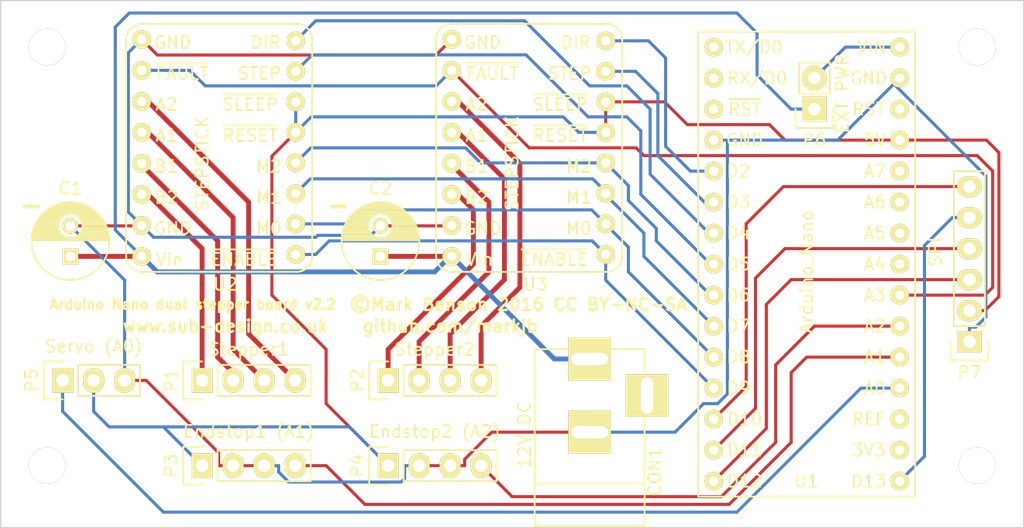
<source format=kicad_pcb>
(kicad_pcb (version 20171130) (host pcbnew "(5.1.12)-1")

  (general
    (thickness 1.6)
    (drawings 10)
    (tracks 244)
    (zones 0)
    (modules 17)
    (nets 40)
  )

  (page A4)
  (layers
    (0 F.Cu signal)
    (31 B.Cu signal)
    (32 B.Adhes user)
    (33 F.Adhes user)
    (34 B.Paste user)
    (35 F.Paste user)
    (36 B.SilkS user)
    (37 F.SilkS user)
    (38 B.Mask user)
    (39 F.Mask user)
    (40 Dwgs.User user)
    (41 Cmts.User user)
    (42 Eco1.User user)
    (43 Eco2.User user)
    (44 Edge.Cuts user)
    (45 Margin user)
    (46 B.CrtYd user)
    (47 F.CrtYd user)
    (48 B.Fab user)
    (49 F.Fab user)
  )

  (setup
    (last_trace_width 0.25)
    (user_trace_width 0.4)
    (trace_clearance 0.2)
    (zone_clearance 0.508)
    (zone_45_only no)
    (trace_min 0.2)
    (via_size 0.6)
    (via_drill 0.4)
    (via_min_size 0.4)
    (via_min_drill 0.3)
    (uvia_size 0.3)
    (uvia_drill 0.1)
    (uvias_allowed no)
    (uvia_min_size 0.2)
    (uvia_min_drill 0.1)
    (edge_width 0.1)
    (segment_width 0.2)
    (pcb_text_width 0.3)
    (pcb_text_size 1.5 1.5)
    (mod_edge_width 0.15)
    (mod_text_size 1 1)
    (mod_text_width 0.15)
    (pad_size 1.5 1.5)
    (pad_drill 0.6)
    (pad_to_mask_clearance 0)
    (aux_axis_origin 0 0)
    (visible_elements 7FFFFF7F)
    (pcbplotparams
      (layerselection 0x000f0_80000001)
      (usegerberextensions true)
      (usegerberattributes true)
      (usegerberadvancedattributes true)
      (creategerberjobfile true)
      (excludeedgelayer false)
      (linewidth 0.100000)
      (plotframeref false)
      (viasonmask false)
      (mode 1)
      (useauxorigin false)
      (hpglpennumber 1)
      (hpglpenspeed 20)
      (hpglpendiameter 15.000000)
      (psnegative false)
      (psa4output false)
      (plotreference true)
      (plotvalue true)
      (plotinvisibletext false)
      (padsonsilk false)
      (subtractmaskfromsilk false)
      (outputformat 1)
      (mirror false)
      (drillshape 0)
      (scaleselection 1)
      (outputdirectory "C:/Users/Mark Benson/Downloads/DRV8825_Arduino_Pro_PCB_v2.1/Gerberv2.1/"))
  )

  (net 0 "")
  (net 1 GND)
  (net 2 +12V)
  (net 3 "Net-(CON1-Pad3)")
  (net 4 "Net-(P1-Pad1)")
  (net 5 "Net-(P1-Pad2)")
  (net 6 "Net-(P1-Pad3)")
  (net 7 "Net-(P1-Pad4)")
  (net 8 "Net-(P2-Pad1)")
  (net 9 "Net-(P2-Pad2)")
  (net 10 "Net-(P2-Pad3)")
  (net 11 "Net-(P2-Pad4)")
  (net 12 "Net-(P6-Pad2)")
  (net 13 "Net-(U1-Pad1)")
  (net 14 "Net-(U1-Pad2)")
  (net 15 "Net-(U1-Pad3)")
  (net 16 "Net-(U1-Pad17)")
  (net 17 "Net-(U1-Pad18)")
  (net 18 "Net-(U1-Pad23)")
  (net 19 "Net-(U1-Pad24)")
  (net 20 "Net-(U1-Pad25)")
  (net 21 "Net-(U1-Pad26)")
  (net 22 "Net-(U1-Pad28)")
  (net 23 /VCC)
  (net 24 /ESTOP1)
  (net 25 /ESTOP2)
  (net 26 /SERVO)
  (net 27 /MISO)
  (net 28 /MOSI)
  (net 29 /SCK)
  (net 30 /SD_SEL)
  (net 31 /M0)
  (net 32 /M1)
  (net 33 /M2)
  (net 34 /ENABLE)
  (net 35 /FAULT)
  (net 36 /DIR2)
  (net 37 /STEP2)
  (net 38 /DIR1)
  (net 39 /STEP1)

  (net_class Default "This is the default net class."
    (clearance 0.2)
    (trace_width 0.25)
    (via_dia 0.6)
    (via_drill 0.4)
    (uvia_dia 0.3)
    (uvia_drill 0.1)
    (add_net +12V)
    (add_net /DIR1)
    (add_net /DIR2)
    (add_net /ENABLE)
    (add_net /ESTOP1)
    (add_net /ESTOP2)
    (add_net /FAULT)
    (add_net /M0)
    (add_net /M1)
    (add_net /M2)
    (add_net /MISO)
    (add_net /MOSI)
    (add_net /SCK)
    (add_net /SD_SEL)
    (add_net /SERVO)
    (add_net /STEP1)
    (add_net /STEP2)
    (add_net /VCC)
    (add_net GND)
    (add_net "Net-(CON1-Pad3)")
    (add_net "Net-(P1-Pad1)")
    (add_net "Net-(P1-Pad2)")
    (add_net "Net-(P1-Pad3)")
    (add_net "Net-(P1-Pad4)")
    (add_net "Net-(P2-Pad1)")
    (add_net "Net-(P2-Pad2)")
    (add_net "Net-(P2-Pad3)")
    (add_net "Net-(P2-Pad4)")
    (add_net "Net-(P6-Pad2)")
    (add_net "Net-(U1-Pad1)")
    (add_net "Net-(U1-Pad17)")
    (add_net "Net-(U1-Pad18)")
    (add_net "Net-(U1-Pad2)")
    (add_net "Net-(U1-Pad23)")
    (add_net "Net-(U1-Pad24)")
    (add_net "Net-(U1-Pad25)")
    (add_net "Net-(U1-Pad26)")
    (add_net "Net-(U1-Pad28)")
    (add_net "Net-(U1-Pad3)")
  )

  (net_class "2A Power (External layers)" ""
    (clearance 0.2)
    (trace_width 0.4)
    (via_dia 0.6)
    (via_drill 0.4)
    (uvia_dia 0.3)
    (uvia_drill 0.1)
  )

  (module Pin_Headers:Pin_Header_Straight_1x02 (layer F.Cu) (tedit 555A6F11) (tstamp 555769D9)
    (at 184.785 73.66 180)
    (descr "Through hole pin header")
    (tags "pin header")
    (path /555767DB)
    (fp_text reference P6 (at 0 -2.54 180) (layer F.SilkS)
      (effects (font (size 1 1) (thickness 0.15)))
    )
    (fp_text value "EXT PWR" (at -2.286 1.27 270) (layer F.SilkS)
      (effects (font (size 1 1) (thickness 0.15)))
    )
    (fp_line (start -1.27 3.81) (end 1.27 3.81) (layer F.SilkS) (width 0.15))
    (fp_line (start -1.27 1.27) (end -1.27 3.81) (layer F.SilkS) (width 0.15))
    (fp_line (start -1.55 -1.55) (end 1.55 -1.55) (layer F.SilkS) (width 0.15))
    (fp_line (start -1.55 0) (end -1.55 -1.55) (layer F.SilkS) (width 0.15))
    (fp_line (start 1.27 1.27) (end -1.27 1.27) (layer F.SilkS) (width 0.15))
    (fp_line (start -1.75 4.3) (end 1.75 4.3) (layer F.CrtYd) (width 0.05))
    (fp_line (start -1.75 -1.75) (end 1.75 -1.75) (layer F.CrtYd) (width 0.05))
    (fp_line (start 1.75 -1.75) (end 1.75 4.3) (layer F.CrtYd) (width 0.05))
    (fp_line (start -1.75 -1.75) (end -1.75 4.3) (layer F.CrtYd) (width 0.05))
    (fp_line (start 1.55 -1.55) (end 1.55 0) (layer F.SilkS) (width 0.15))
    (fp_line (start 1.27 1.27) (end 1.27 3.81) (layer F.SilkS) (width 0.15))
    (pad 1 thru_hole rect (at 0 0 180) (size 2.032 2.032) (drill 1.016) (layers *.Cu *.Mask F.SilkS)
      (net 2 +12V))
    (pad 2 thru_hole oval (at 0 2.54 180) (size 2.032 2.032) (drill 1.016) (layers *.Cu *.Mask F.SilkS)
      (net 12 "Net-(P6-Pad2)"))
    (model Pin_Headers.3dshapes/Pin_Header_Straight_1x02.wrl
      (offset (xyz 0 -1.269999980926514 0))
      (scale (xyz 1 1 1))
      (rotate (xyz 0 0 90))
    )
  )

  (module Connect:BARREL_JACK (layer F.Cu) (tedit 555A6DC1) (tstamp 5557696A)
    (at 166.37 100.33 90)
    (descr "DC Barrel Jack")
    (tags "Power Jack")
    (path /551205A3)
    (fp_text reference CON1 (at -3.048 5.334 270) (layer F.SilkS)
      (effects (font (size 1 1) (thickness 0.15)))
    )
    (fp_text value "12V DC" (at 0 -5.334 90) (layer F.SilkS)
      (effects (font (size 1 1) (thickness 0.15)))
    )
    (fp_line (start 7.00024 -4.50088) (end -7.50062 -4.50088) (layer F.SilkS) (width 0.15))
    (fp_line (start 7.00024 4.50088) (end 7.00024 -4.50088) (layer F.SilkS) (width 0.15))
    (fp_line (start -7.50062 4.50088) (end 7.00024 4.50088) (layer F.SilkS) (width 0.15))
    (fp_line (start -7.50062 -4.50088) (end -7.50062 4.50088) (layer F.SilkS) (width 0.15))
    (fp_line (start -4.0005 -4.50088) (end -4.0005 4.50088) (layer F.SilkS) (width 0.15))
    (pad 1 thru_hole rect (at 6.20014 0 90) (size 3.50012 3.50012) (drill oval 1.00076 2.99974) (layers *.Cu *.Mask F.SilkS)
      (net 2 +12V))
    (pad 2 thru_hole rect (at 0.20066 0 90) (size 3.50012 3.50012) (drill oval 1.00076 2.99974) (layers *.Cu *.Mask F.SilkS)
      (net 1 GND))
    (pad 3 thru_hole rect (at 3.2004 4.699 90) (size 3.50012 3.50012) (drill oval 2.99974 1.00076) (layers *.Cu *.Mask F.SilkS)
      (net 3 "Net-(CON1-Pad3)"))
  )

  (module Pin_Headers:Pin_Header_Straight_1x06 (layer F.Cu) (tedit 56DC0DF8) (tstamp 555A5B5D)
    (at 197.485 92.71 180)
    (descr "Through hole pin header")
    (tags "pin header")
    (path /555A4D42)
    (fp_text reference P7 (at 0 -2.54) (layer F.SilkS)
      (effects (font (size 1 1) (thickness 0.15)))
    )
    (fp_text value SPI (at 2.794 7.366 270) (layer F.SilkS)
      (effects (font (size 1 1) (thickness 0.15)))
    )
    (fp_line (start -1.55 -1.55) (end 1.55 -1.55) (layer F.SilkS) (width 0.15))
    (fp_line (start -1.55 0) (end -1.55 -1.55) (layer F.SilkS) (width 0.15))
    (fp_line (start 1.27 1.27) (end -1.27 1.27) (layer F.SilkS) (width 0.15))
    (fp_line (start 1.55 -1.55) (end 1.55 0) (layer F.SilkS) (width 0.15))
    (fp_line (start -1.27 13.97) (end -1.27 1.27) (layer F.SilkS) (width 0.15))
    (fp_line (start 1.27 13.97) (end -1.27 13.97) (layer F.SilkS) (width 0.15))
    (fp_line (start 1.27 1.27) (end 1.27 13.97) (layer F.SilkS) (width 0.15))
    (fp_line (start -1.75 14.45) (end 1.75 14.45) (layer F.CrtYd) (width 0.05))
    (fp_line (start -1.75 -1.75) (end 1.75 -1.75) (layer F.CrtYd) (width 0.05))
    (fp_line (start 1.75 -1.75) (end 1.75 14.45) (layer F.CrtYd) (width 0.05))
    (fp_line (start -1.75 -1.75) (end -1.75 14.45) (layer F.CrtYd) (width 0.05))
    (pad 1 thru_hole rect (at 0 0 180) (size 2.032 1.7272) (drill 1.016) (layers *.Cu *.Mask F.SilkS)
      (net 1 GND))
    (pad 2 thru_hole oval (at 0 2.54 180) (size 2.032 1.7272) (drill 1.016) (layers *.Cu *.Mask F.SilkS)
      (net 23 /VCC))
    (pad 3 thru_hole oval (at 0 5.08 180) (size 2.032 1.7272) (drill 1.016) (layers *.Cu *.Mask F.SilkS)
      (net 27 /MISO))
    (pad 4 thru_hole oval (at 0 7.62 180) (size 2.032 1.7272) (drill 1.016) (layers *.Cu *.Mask F.SilkS)
      (net 28 /MOSI))
    (pad 5 thru_hole oval (at 0 10.16 180) (size 2.032 1.7272) (drill 1.016) (layers *.Cu *.Mask F.SilkS)
      (net 29 /SCK))
    (pad 6 thru_hole oval (at 0 12.7 180) (size 2.032 1.7272) (drill 1.016) (layers *.Cu *.Mask F.SilkS)
      (net 30 /SD_SEL))
    (model Pin_Headers.3dshapes/Pin_Header_Straight_1x06.wrl
      (offset (xyz 0 -6.349999904632568 0))
      (scale (xyz 1 1 1))
      (rotate (xyz 0 0 90))
    )
  )

  (module Custom:Stepstick (layer F.Cu) (tedit 5557DDA7) (tstamp 55576A75)
    (at 161.925 75.565)
    (path /5511FA67)
    (fp_text reference U3 (at 0 12.446) (layer F.SilkS)
      (effects (font (size 1 1) (thickness 0.15)))
    )
    (fp_text value STEPSTICK (at -1.905 2.54 90) (layer F.SilkS)
      (effects (font (size 1 1) (thickness 0.15)))
    )
    (fp_line (start -8.128 -7.62) (end -8.128 10.16) (layer F.SilkS) (width 0.15))
    (fp_line (start -6.858 11.43) (end 5.842 11.43) (layer F.SilkS) (width 0.15))
    (fp_line (start 7.112 10.16) (end 7.112 -7.62) (layer F.SilkS) (width 0.15))
    (fp_line (start -6.858 -8.89) (end 5.842 -8.89) (layer F.SilkS) (width 0.15))
    (fp_text user DIR (at 3.302 -7.366) (layer F.SilkS)
      (effects (font (size 1 1) (thickness 0.15)))
    )
    (fp_text user STEP (at 2.794 -4.826) (layer F.SilkS)
      (effects (font (size 1 1) (thickness 0.15)))
    )
    (fp_text user ~SLEEP (at 2.032 -2.286) (layer F.SilkS)
      (effects (font (size 1 1) (thickness 0.15)))
    )
    (fp_text user ~RESET (at 2.032 0.254) (layer F.SilkS)
      (effects (font (size 1 1) (thickness 0.15)))
    )
    (fp_text user M2 (at 3.556 2.794) (layer F.SilkS)
      (effects (font (size 1 1) (thickness 0.15)))
    )
    (fp_text user M1 (at 3.556 5.334) (layer F.SilkS)
      (effects (font (size 1 1) (thickness 0.15)))
    )
    (fp_text user M0 (at 3.556 7.874) (layer F.SilkS)
      (effects (font (size 1 1) (thickness 0.15)))
    )
    (fp_text user ~ENABLE (at 1.524 10.414) (layer F.SilkS)
      (effects (font (size 1 1) (thickness 0.15)))
    )
    (fp_text user Vin (at -4.572 10.414) (layer F.SilkS)
      (effects (font (size 1 1) (thickness 0.15)))
    )
    (fp_text user GND (at -4.318 7.874) (layer F.SilkS)
      (effects (font (size 1 1) (thickness 0.15)))
    )
    (fp_text user B2 (at -4.826 5.334) (layer F.SilkS)
      (effects (font (size 1 1) (thickness 0.15)))
    )
    (fp_text user B1 (at -4.826 2.794) (layer F.SilkS)
      (effects (font (size 1 1) (thickness 0.15)))
    )
    (fp_text user A1 (at -4.826 0.254) (layer F.SilkS)
      (effects (font (size 1 1) (thickness 0.15)))
    )
    (fp_text user A2 (at -4.826 -2.286) (layer F.SilkS)
      (effects (font (size 1 1) (thickness 0.15)))
    )
    (fp_text user ~FAULT (at -3.556 -4.826) (layer F.SilkS)
      (effects (font (size 1 1) (thickness 0.15)))
    )
    (fp_text user GND (at -4.318 -7.366) (layer F.SilkS)
      (effects (font (size 1 1) (thickness 0.15)))
    )
    (fp_arc (start -6.858 10.16) (end -6.858 11.43) (angle 90) (layer F.SilkS) (width 0.15))
    (fp_arc (start -6.858 -7.62) (end -8.128 -7.62) (angle 90) (layer F.SilkS) (width 0.15))
    (fp_arc (start 5.842 -7.62) (end 5.842 -8.89) (angle 90) (layer F.SilkS) (width 0.15))
    (fp_arc (start 5.842 10.16) (end 7.112 10.16) (angle 90) (layer F.SilkS) (width 0.15))
    (pad 1 thru_hole circle (at -6.858 -7.62) (size 1.524 1.524) (drill 0.762) (layers *.Cu *.Mask F.SilkS)
      (net 1 GND))
    (pad 2 thru_hole circle (at -6.858 -5.08) (size 1.524 1.524) (drill 0.762) (layers *.Cu *.Mask F.SilkS)
      (net 35 /FAULT))
    (pad 3 thru_hole circle (at -6.858 -2.54) (size 1.524 1.524) (drill 0.762) (layers *.Cu *.Mask F.SilkS)
      (net 11 "Net-(P2-Pad4)"))
    (pad 4 thru_hole circle (at -6.858 0) (size 1.524 1.524) (drill 0.762) (layers *.Cu *.Mask F.SilkS)
      (net 10 "Net-(P2-Pad3)"))
    (pad 5 thru_hole circle (at -6.858 2.54) (size 1.524 1.524) (drill 0.762) (layers *.Cu *.Mask F.SilkS)
      (net 9 "Net-(P2-Pad2)"))
    (pad 6 thru_hole circle (at -6.858 5.08) (size 1.524 1.524) (drill 0.762) (layers *.Cu *.Mask F.SilkS)
      (net 8 "Net-(P2-Pad1)"))
    (pad 7 thru_hole circle (at -6.858 7.62) (size 1.524 1.524) (drill 0.762) (layers *.Cu *.Mask F.SilkS)
      (net 1 GND))
    (pad 8 thru_hole circle (at -6.858 10.16) (size 1.524 1.524) (drill 0.762) (layers *.Cu *.Mask F.SilkS)
      (net 2 +12V))
    (pad 9 thru_hole circle (at 5.762 10) (size 1.524 1.524) (drill 0.762) (layers *.Cu *.Mask F.SilkS)
      (net 34 /ENABLE))
    (pad 10 thru_hole circle (at 5.762 7.5) (size 1.524 1.524) (drill 0.762) (layers *.Cu *.Mask F.SilkS)
      (net 31 /M0))
    (pad 11 thru_hole circle (at 5.762 5) (size 1.524 1.524) (drill 0.762) (layers *.Cu *.Mask F.SilkS)
      (net 32 /M1))
    (pad 12 thru_hole circle (at 5.762 2.5) (size 1.524 1.524) (drill 0.762) (layers *.Cu *.Mask F.SilkS)
      (net 33 /M2))
    (pad 13 thru_hole circle (at 5.762 0) (size 1.524 1.524) (drill 0.762) (layers *.Cu *.Mask F.SilkS)
      (net 23 /VCC))
    (pad 14 thru_hole circle (at 5.762 -2.5) (size 1.524 1.524) (drill 0.762) (layers *.Cu *.Mask F.SilkS)
      (net 23 /VCC))
    (pad 15 thru_hole circle (at 5.762 -5) (size 1.524 1.524) (drill 0.762) (layers *.Cu *.Mask F.SilkS)
      (net 37 /STEP2))
    (pad 16 thru_hole circle (at 5.762 -7.5) (size 1.524 1.524) (drill 0.762) (layers *.Cu *.Mask F.SilkS)
      (net 36 /DIR2))
  )

  (module Custom:Stepstick (layer F.Cu) (tedit 5557DDAE) (tstamp 55576A49)
    (at 136.525 75.565)
    (path /5511FA12)
    (fp_text reference U2 (at 0 12.446) (layer F.SilkS)
      (effects (font (size 1 1) (thickness 0.15)))
    )
    (fp_text value STEPSTICK (at -1.905 2.54 90) (layer F.SilkS)
      (effects (font (size 1 1) (thickness 0.15)))
    )
    (fp_line (start -8.128 -7.62) (end -8.128 10.16) (layer F.SilkS) (width 0.15))
    (fp_line (start -6.858 11.43) (end 5.842 11.43) (layer F.SilkS) (width 0.15))
    (fp_line (start 7.112 10.16) (end 7.112 -7.62) (layer F.SilkS) (width 0.15))
    (fp_line (start -6.858 -8.89) (end 5.842 -8.89) (layer F.SilkS) (width 0.15))
    (fp_text user DIR (at 3.302 -7.366) (layer F.SilkS)
      (effects (font (size 1 1) (thickness 0.15)))
    )
    (fp_text user STEP (at 2.794 -4.826) (layer F.SilkS)
      (effects (font (size 1 1) (thickness 0.15)))
    )
    (fp_text user ~SLEEP (at 2.032 -2.286) (layer F.SilkS)
      (effects (font (size 1 1) (thickness 0.15)))
    )
    (fp_text user ~RESET (at 2.032 0.254) (layer F.SilkS)
      (effects (font (size 1 1) (thickness 0.15)))
    )
    (fp_text user M2 (at 3.556 2.794) (layer F.SilkS)
      (effects (font (size 1 1) (thickness 0.15)))
    )
    (fp_text user M1 (at 3.556 5.334) (layer F.SilkS)
      (effects (font (size 1 1) (thickness 0.15)))
    )
    (fp_text user M0 (at 3.556 7.874) (layer F.SilkS)
      (effects (font (size 1 1) (thickness 0.15)))
    )
    (fp_text user ~ENABLE (at 1.524 10.414) (layer F.SilkS)
      (effects (font (size 1 1) (thickness 0.15)))
    )
    (fp_text user Vin (at -4.572 10.414) (layer F.SilkS)
      (effects (font (size 1 1) (thickness 0.15)))
    )
    (fp_text user GND (at -4.318 7.874) (layer F.SilkS)
      (effects (font (size 1 1) (thickness 0.15)))
    )
    (fp_text user B2 (at -4.826 5.334) (layer F.SilkS)
      (effects (font (size 1 1) (thickness 0.15)))
    )
    (fp_text user B1 (at -4.826 2.794) (layer F.SilkS)
      (effects (font (size 1 1) (thickness 0.15)))
    )
    (fp_text user A1 (at -4.826 0.254) (layer F.SilkS)
      (effects (font (size 1 1) (thickness 0.15)))
    )
    (fp_text user A2 (at -4.826 -2.286) (layer F.SilkS)
      (effects (font (size 1 1) (thickness 0.15)))
    )
    (fp_text user ~FAULT (at -3.556 -4.826) (layer F.SilkS)
      (effects (font (size 1 1) (thickness 0.15)))
    )
    (fp_text user GND (at -4.318 -7.366) (layer F.SilkS)
      (effects (font (size 1 1) (thickness 0.15)))
    )
    (fp_arc (start -6.858 10.16) (end -6.858 11.43) (angle 90) (layer F.SilkS) (width 0.15))
    (fp_arc (start -6.858 -7.62) (end -8.128 -7.62) (angle 90) (layer F.SilkS) (width 0.15))
    (fp_arc (start 5.842 -7.62) (end 5.842 -8.89) (angle 90) (layer F.SilkS) (width 0.15))
    (fp_arc (start 5.842 10.16) (end 7.112 10.16) (angle 90) (layer F.SilkS) (width 0.15))
    (pad 1 thru_hole circle (at -6.858 -7.62) (size 1.524 1.524) (drill 0.762) (layers *.Cu *.Mask F.SilkS)
      (net 1 GND))
    (pad 2 thru_hole circle (at -6.858 -5.08) (size 1.524 1.524) (drill 0.762) (layers *.Cu *.Mask F.SilkS)
      (net 35 /FAULT))
    (pad 3 thru_hole circle (at -6.858 -2.54) (size 1.524 1.524) (drill 0.762) (layers *.Cu *.Mask F.SilkS)
      (net 7 "Net-(P1-Pad4)"))
    (pad 4 thru_hole circle (at -6.858 0) (size 1.524 1.524) (drill 0.762) (layers *.Cu *.Mask F.SilkS)
      (net 6 "Net-(P1-Pad3)"))
    (pad 5 thru_hole circle (at -6.858 2.54) (size 1.524 1.524) (drill 0.762) (layers *.Cu *.Mask F.SilkS)
      (net 5 "Net-(P1-Pad2)"))
    (pad 6 thru_hole circle (at -6.858 5.08) (size 1.524 1.524) (drill 0.762) (layers *.Cu *.Mask F.SilkS)
      (net 4 "Net-(P1-Pad1)"))
    (pad 7 thru_hole circle (at -6.858 7.62) (size 1.524 1.524) (drill 0.762) (layers *.Cu *.Mask F.SilkS)
      (net 1 GND))
    (pad 8 thru_hole circle (at -6.858 10.16) (size 1.524 1.524) (drill 0.762) (layers *.Cu *.Mask F.SilkS)
      (net 2 +12V))
    (pad 9 thru_hole circle (at 5.762 10) (size 1.524 1.524) (drill 0.762) (layers *.Cu *.Mask F.SilkS)
      (net 34 /ENABLE))
    (pad 10 thru_hole circle (at 5.762 7.5) (size 1.524 1.524) (drill 0.762) (layers *.Cu *.Mask F.SilkS)
      (net 31 /M0))
    (pad 11 thru_hole circle (at 5.762 5) (size 1.524 1.524) (drill 0.762) (layers *.Cu *.Mask F.SilkS)
      (net 32 /M1))
    (pad 12 thru_hole circle (at 5.762 2.5) (size 1.524 1.524) (drill 0.762) (layers *.Cu *.Mask F.SilkS)
      (net 33 /M2))
    (pad 13 thru_hole circle (at 5.762 0) (size 1.524 1.524) (drill 0.762) (layers *.Cu *.Mask F.SilkS)
      (net 23 /VCC))
    (pad 14 thru_hole circle (at 5.762 -2.5) (size 1.524 1.524) (drill 0.762) (layers *.Cu *.Mask F.SilkS)
      (net 23 /VCC))
    (pad 15 thru_hole circle (at 5.762 -5) (size 1.524 1.524) (drill 0.762) (layers *.Cu *.Mask F.SilkS)
      (net 39 /STEP1))
    (pad 16 thru_hole circle (at 5.762 -7.5) (size 1.524 1.524) (drill 0.762) (layers *.Cu *.Mask F.SilkS)
      (net 38 /DIR1))
  )

  (module Mounting_Holes:MountingHole_3mm (layer F.Cu) (tedit 555A694C) (tstamp 5557CEC3)
    (at 121.92 68.58)
    (descr "Mounting hole, Befestigungsbohrung, 3mm, No Annular, Kein Restring,")
    (tags "Mounting hole, Befestigungsbohrung, 3mm, No Annular, Kein Restring,")
    (fp_text reference REF**_4 (at 0 -4.0005) (layer F.Fab) hide
      (effects (font (size 1 1) (thickness 0.15)))
    )
    (fp_text value MountingHole_3mm (at 1.00076 5.00126) (layer F.Fab) hide
      (effects (font (size 1 1) (thickness 0.15)))
    )
    (fp_circle (center 0 0) (end 3 0) (layer Cmts.User) (width 0.381))
    (pad 1 thru_hole circle (at 0 0) (size 3 3) (drill 3) (layers *.Cu *.Mask))
  )

  (module Mounting_Holes:MountingHole_3mm (layer F.Cu) (tedit 5557DC63) (tstamp 5557CEB8)
    (at 121.92 102.87)
    (descr "Mounting hole, Befestigungsbohrung, 3mm, No Annular, Kein Restring,")
    (tags "Mounting hole, Befestigungsbohrung, 3mm, No Annular, Kein Restring,")
    (fp_text reference REF**_3 (at 0 -4.0005) (layer F.Fab) hide
      (effects (font (size 1 1) (thickness 0.15)))
    )
    (fp_text value MountingHole_3mm (at 1.00076 5.00126) (layer F.Fab) hide
      (effects (font (size 1 1) (thickness 0.15)))
    )
    (fp_circle (center 0 0) (end 3 0) (layer Cmts.User) (width 0.381))
    (pad 1 thru_hole circle (at 0 0) (size 3 3) (drill 3) (layers *.Cu *.Mask))
  )

  (module Mounting_Holes:MountingHole_3mm (layer F.Cu) (tedit 5557DC54) (tstamp 5557BFF0)
    (at 198.12 102.87)
    (descr "Mounting hole, Befestigungsbohrung, 3mm, No Annular, Kein Restring,")
    (tags "Mounting hole, Befestigungsbohrung, 3mm, No Annular, Kein Restring,")
    (fp_text reference REF**_2 (at 0 -4.0005) (layer F.Fab) hide
      (effects (font (size 1 1) (thickness 0.15)))
    )
    (fp_text value MountingHole_3mm (at 1.00076 5.00126) (layer F.Fab) hide
      (effects (font (size 1 1) (thickness 0.15)))
    )
    (fp_circle (center 0 0) (end 3 0) (layer Cmts.User) (width 0.381))
    (pad 1 thru_hole circle (at 0 0) (size 3 3) (drill 3) (layers *.Cu *.Mask))
  )

  (module Mounting_Holes:MountingHole_3mm (layer F.Cu) (tedit 5557DC3E) (tstamp 5557BFF7)
    (at 198.12 68.58)
    (descr "Mounting hole, Befestigungsbohrung, 3mm, No Annular, Kein Restring,")
    (tags "Mounting hole, Befestigungsbohrung, 3mm, No Annular, Kein Restring,")
    (fp_text reference REF** (at 0 -4.0005) (layer F.Fab) hide
      (effects (font (size 1 1) (thickness 0.15)))
    )
    (fp_text value MountingHole_3mm (at 1.00076 5.00126) (layer F.Fab) hide
      (effects (font (size 1 1) (thickness 0.15)))
    )
    (fp_circle (center 0 0) (end 3 0) (layer Cmts.User) (width 0.381))
    (pad 1 thru_hole circle (at 0 0) (size 3 3) (drill 3) (layers *.Cu *.Mask))
  )

  (module Custom:Arduino_nano_v3 (layer F.Cu) (tedit 5557DFFF) (tstamp 55576A1D)
    (at 184.15 83.82)
    (path /5511F6F5)
    (fp_text reference U1 (at 0 20.32) (layer F.SilkS)
      (effects (font (size 1 1) (thickness 0.15)))
    )
    (fp_text value Arduino_Nano (at 0 3.175 90) (layer F.SilkS)
      (effects (font (size 1 1) (thickness 0.15)))
    )
    (fp_line (start 8.89 21.59) (end 8.89 -16.51) (layer F.SilkS) (width 0.15))
    (fp_line (start -8.89 21.59) (end 8.89 21.59) (layer F.SilkS) (width 0.15))
    (fp_line (start -8.89 -16.51) (end -8.89 21.59) (layer F.SilkS) (width 0.15))
    (fp_line (start 8.89 -16.51) (end -8.89 -16.51) (layer F.SilkS) (width 0.15))
    (fp_text user VIN (at 5.334 -15.24) (layer F.SilkS)
      (effects (font (size 1 1) (thickness 0.15)))
    )
    (fp_text user GND (at 5.08 -12.7) (layer F.SilkS)
      (effects (font (size 1 1) (thickness 0.15)))
    )
    (fp_text user RST (at 5.08 -10.16) (layer F.SilkS)
      (effects (font (size 1 1) (thickness 0.15)))
    )
    (fp_text user 5V (at 5.588 -7.62) (layer F.SilkS)
      (effects (font (size 1 1) (thickness 0.15)))
    )
    (fp_text user A7 (at 5.588 -5.08) (layer F.SilkS)
      (effects (font (size 1 1) (thickness 0.15)))
    )
    (fp_text user A6 (at 5.588 -2.54) (layer F.SilkS)
      (effects (font (size 1 1) (thickness 0.15)))
    )
    (fp_text user A5 (at 5.588 0) (layer F.SilkS)
      (effects (font (size 1 1) (thickness 0.15)))
    )
    (fp_text user A4 (at 5.588 2.54) (layer F.SilkS)
      (effects (font (size 1 1) (thickness 0.15)))
    )
    (fp_text user A3 (at 5.588 5.08) (layer F.SilkS)
      (effects (font (size 1 1) (thickness 0.15)))
    )
    (fp_text user A2 (at 5.588 7.62) (layer F.SilkS)
      (effects (font (size 1 1) (thickness 0.15)))
    )
    (fp_text user A1 (at 5.588 10.16) (layer F.SilkS)
      (effects (font (size 1 1) (thickness 0.15)))
    )
    (fp_text user A0 (at 5.588 12.7) (layer F.SilkS)
      (effects (font (size 1 1) (thickness 0.15)))
    )
    (fp_text user REF (at 5.08 15.24) (layer F.SilkS)
      (effects (font (size 1 1) (thickness 0.15)))
    )
    (fp_text user 3V3 (at 5.08 17.78) (layer F.SilkS)
      (effects (font (size 1 1) (thickness 0.15)))
    )
    (fp_text user D13 (at 5.08 20.32) (layer F.SilkS)
      (effects (font (size 1 1) (thickness 0.15)))
    )
    (fp_text user D12 (at -5.08 20.32) (layer F.SilkS)
      (effects (font (size 1 1) (thickness 0.15)))
    )
    (fp_text user D11 (at -5.08 17.78) (layer F.SilkS)
      (effects (font (size 1 1) (thickness 0.15)))
    )
    (fp_text user D10 (at -5.08 15.24) (layer F.SilkS)
      (effects (font (size 1 1) (thickness 0.15)))
    )
    (fp_text user D9 (at -5.588 12.7) (layer F.SilkS)
      (effects (font (size 1 1) (thickness 0.15)))
    )
    (fp_text user D8 (at -5.588 10.16) (layer F.SilkS)
      (effects (font (size 1 1) (thickness 0.15)))
    )
    (fp_text user D7 (at -5.588 7.62) (layer F.SilkS)
      (effects (font (size 1 1) (thickness 0.15)))
    )
    (fp_text user D6 (at -5.588 5.08) (layer F.SilkS)
      (effects (font (size 1 1) (thickness 0.15)))
    )
    (fp_text user D5 (at -5.588 2.54) (layer F.SilkS)
      (effects (font (size 1 1) (thickness 0.15)))
    )
    (fp_text user D4 (at -5.588 0) (layer F.SilkS)
      (effects (font (size 1 1) (thickness 0.15)))
    )
    (fp_text user D3 (at -5.588 -2.54) (layer F.SilkS)
      (effects (font (size 1 1) (thickness 0.15)))
    )
    (fp_text user D2 (at -5.588 -5.08) (layer F.SilkS)
      (effects (font (size 1 1) (thickness 0.15)))
    )
    (fp_text user GND (at -5.08 -7.62) (layer F.SilkS)
      (effects (font (size 1 1) (thickness 0.15)))
    )
    (fp_text user ~RST (at -5.08 -10.16) (layer F.SilkS)
      (effects (font (size 1 1) (thickness 0.15)))
    )
    (fp_text user RX/D0 (at -4.064 -12.7) (layer F.SilkS)
      (effects (font (size 1 1) (thickness 0.15)))
    )
    (fp_text user TX/D0 (at -4.318 -15.24) (layer F.SilkS)
      (effects (font (size 1 1) (thickness 0.15)))
    )
    (pad 1 thru_hole circle (at -7.62 -15.24) (size 1.524 1.524) (drill 0.762) (layers *.Cu *.Mask F.SilkS)
      (net 13 "Net-(U1-Pad1)"))
    (pad 2 thru_hole circle (at -7.62 -12.7) (size 1.524 1.524) (drill 0.762) (layers *.Cu *.Mask F.SilkS)
      (net 14 "Net-(U1-Pad2)"))
    (pad 3 thru_hole circle (at -7.62 -10.16) (size 1.524 1.524) (drill 0.762) (layers *.Cu *.Mask F.SilkS)
      (net 15 "Net-(U1-Pad3)"))
    (pad 4 thru_hole circle (at -7.62 -7.62) (size 1.524 1.524) (drill 0.762) (layers *.Cu *.Mask F.SilkS)
      (net 1 GND))
    (pad 5 thru_hole circle (at -7.62 -5.08) (size 1.524 1.524) (drill 0.762) (layers *.Cu *.Mask F.SilkS)
      (net 36 /DIR2))
    (pad 6 thru_hole circle (at -7.62 -2.54) (size 1.524 1.524) (drill 0.762) (layers *.Cu *.Mask F.SilkS)
      (net 37 /STEP2))
    (pad 7 thru_hole circle (at -7.62 0) (size 1.524 1.524) (drill 0.762) (layers *.Cu *.Mask F.SilkS)
      (net 38 /DIR1))
    (pad 8 thru_hole circle (at -7.62 2.54) (size 1.524 1.524) (drill 0.762) (layers *.Cu *.Mask F.SilkS)
      (net 39 /STEP1))
    (pad 9 thru_hole circle (at -7.62 5.08) (size 1.524 1.524) (drill 0.762) (layers *.Cu *.Mask F.SilkS)
      (net 33 /M2))
    (pad 10 thru_hole circle (at -7.62 7.62) (size 1.524 1.524) (drill 0.762) (layers *.Cu *.Mask F.SilkS)
      (net 32 /M1))
    (pad 11 thru_hole circle (at -7.62 10.16) (size 1.524 1.524) (drill 0.762) (layers *.Cu *.Mask F.SilkS)
      (net 31 /M0))
    (pad 12 thru_hole circle (at -7.62 12.7) (size 1.524 1.524) (drill 0.762) (layers *.Cu *.Mask F.SilkS)
      (net 34 /ENABLE))
    (pad 13 thru_hole circle (at -7.62 15.24) (size 1.524 1.524) (drill 0.762) (layers *.Cu *.Mask F.SilkS)
      (net 30 /SD_SEL))
    (pad 14 thru_hole circle (at -7.62 17.78) (size 1.524 1.524) (drill 0.762) (layers *.Cu *.Mask F.SilkS)
      (net 28 /MOSI))
    (pad 15 thru_hole circle (at -7.62 20.32) (size 1.524 1.524) (drill 0.762) (layers *.Cu *.Mask F.SilkS)
      (net 27 /MISO))
    (pad 16 thru_hole circle (at 7.62 20.32) (size 1.524 1.524) (drill 0.762) (layers *.Cu *.Mask F.SilkS)
      (net 29 /SCK))
    (pad 17 thru_hole circle (at 7.62 17.78) (size 1.524 1.524) (drill 0.762) (layers *.Cu *.Mask F.SilkS)
      (net 16 "Net-(U1-Pad17)"))
    (pad 18 thru_hole circle (at 7.62 15.24) (size 1.524 1.524) (drill 0.762) (layers *.Cu *.Mask F.SilkS)
      (net 17 "Net-(U1-Pad18)"))
    (pad 19 thru_hole circle (at 7.62 12.7) (size 1.524 1.524) (drill 0.762) (layers *.Cu *.Mask F.SilkS)
      (net 26 /SERVO))
    (pad 20 thru_hole circle (at 7.62 10.16) (size 1.524 1.524) (drill 0.762) (layers *.Cu *.Mask F.SilkS)
      (net 24 /ESTOP1))
    (pad 21 thru_hole circle (at 7.62 7.62) (size 1.524 1.524) (drill 0.762) (layers *.Cu *.Mask F.SilkS)
      (net 25 /ESTOP2))
    (pad 22 thru_hole circle (at 7.62 5.08) (size 1.524 1.524) (drill 0.762) (layers *.Cu *.Mask F.SilkS)
      (net 35 /FAULT))
    (pad 23 thru_hole circle (at 7.62 2.54) (size 1.524 1.524) (drill 0.762) (layers *.Cu *.Mask F.SilkS)
      (net 18 "Net-(U1-Pad23)"))
    (pad 24 thru_hole circle (at 7.62 0) (size 1.524 1.524) (drill 0.762) (layers *.Cu *.Mask F.SilkS)
      (net 19 "Net-(U1-Pad24)"))
    (pad 25 thru_hole circle (at 7.62 -2.54) (size 1.524 1.524) (drill 0.762) (layers *.Cu *.Mask F.SilkS)
      (net 20 "Net-(U1-Pad25)"))
    (pad 26 thru_hole circle (at 7.62 -5.08) (size 1.524 1.524) (drill 0.762) (layers *.Cu *.Mask F.SilkS)
      (net 21 "Net-(U1-Pad26)"))
    (pad 27 thru_hole circle (at 7.62 -7.62) (size 1.524 1.524) (drill 0.762) (layers *.Cu *.Mask F.SilkS)
      (net 23 /VCC))
    (pad 28 thru_hole circle (at 7.62 -10.16) (size 1.524 1.524) (drill 0.762) (layers *.Cu *.Mask F.SilkS)
      (net 22 "Net-(U1-Pad28)"))
    (pad 29 thru_hole circle (at 7.62 -12.7) (size 1.524 1.524) (drill 0.762) (layers *.Cu *.Mask F.SilkS)
      (net 1 GND))
    (pad 30 thru_hole circle (at 7.62 -15.24) (size 1.524 1.524) (drill 0.762) (layers *.Cu *.Mask F.SilkS)
      (net 12 "Net-(P6-Pad2)"))
  )

  (module Capacitors_ThroughHole:C_Radial_D6.3_L11.2_P2.5 (layer F.Cu) (tedit 5557C792) (tstamp 5557C634)
    (at 123.825 85.725 90)
    (descr "Radial Electrolytic Capacitor, Diameter 6.3mm x Length 11.2mm, Pitch 2.5mm")
    (tags "Electrolytic Capacitor")
    (path /553A6DF8)
    (fp_text reference C1 (at 5.588 0 180) (layer F.SilkS)
      (effects (font (size 1 1) (thickness 0.15)))
    )
    (fp_text value CP (at 1.25 4.4 90) (layer F.Fab)
      (effects (font (size 1 1) (thickness 0.15)))
    )
    (fp_circle (center 1.25 0) (end 1.25 -3.4) (layer F.CrtYd) (width 0.05))
    (fp_circle (center 1.25 0) (end 1.25 -3.1875) (layer F.SilkS) (width 0.15))
    (fp_circle (center 2.5 0) (end 2.5 -1) (layer F.SilkS) (width 0.15))
    (fp_line (start 4.265 -0.912) (end 4.265 0.912) (layer F.SilkS) (width 0.15))
    (fp_line (start 4.125 -1.287) (end 4.125 1.287) (layer F.SilkS) (width 0.15))
    (fp_line (start 3.985 -1.563) (end 3.985 1.563) (layer F.SilkS) (width 0.15))
    (fp_line (start 3.845 -1.786) (end 3.845 1.786) (layer F.SilkS) (width 0.15))
    (fp_line (start 3.705 -1.974) (end 3.705 1.974) (layer F.SilkS) (width 0.15))
    (fp_line (start 3.565 -2.136) (end 3.565 2.136) (layer F.SilkS) (width 0.15))
    (fp_line (start 3.425 0.38) (end 3.425 2.279) (layer F.SilkS) (width 0.15))
    (fp_line (start 3.425 -2.279) (end 3.425 -0.38) (layer F.SilkS) (width 0.15))
    (fp_line (start 3.285 0.619) (end 3.285 2.404) (layer F.SilkS) (width 0.15))
    (fp_line (start 3.285 -2.404) (end 3.285 -0.619) (layer F.SilkS) (width 0.15))
    (fp_line (start 3.145 0.764) (end 3.145 2.516) (layer F.SilkS) (width 0.15))
    (fp_line (start 3.145 -2.516) (end 3.145 -0.764) (layer F.SilkS) (width 0.15))
    (fp_line (start 3.005 0.863) (end 3.005 2.616) (layer F.SilkS) (width 0.15))
    (fp_line (start 3.005 -2.616) (end 3.005 -0.863) (layer F.SilkS) (width 0.15))
    (fp_line (start 2.865 0.931) (end 2.865 2.704) (layer F.SilkS) (width 0.15))
    (fp_line (start 2.865 -2.704) (end 2.865 -0.931) (layer F.SilkS) (width 0.15))
    (fp_line (start 2.725 0.974) (end 2.725 2.783) (layer F.SilkS) (width 0.15))
    (fp_line (start 2.725 -2.783) (end 2.725 -0.974) (layer F.SilkS) (width 0.15))
    (fp_line (start 2.585 0.996) (end 2.585 2.853) (layer F.SilkS) (width 0.15))
    (fp_line (start 2.585 -2.853) (end 2.585 -0.996) (layer F.SilkS) (width 0.15))
    (fp_line (start 2.445 0.998) (end 2.445 2.915) (layer F.SilkS) (width 0.15))
    (fp_line (start 2.445 -2.915) (end 2.445 -0.998) (layer F.SilkS) (width 0.15))
    (fp_line (start 2.305 0.981) (end 2.305 2.968) (layer F.SilkS) (width 0.15))
    (fp_line (start 2.305 -2.968) (end 2.305 -0.981) (layer F.SilkS) (width 0.15))
    (fp_line (start 2.165 0.942) (end 2.165 3.014) (layer F.SilkS) (width 0.15))
    (fp_line (start 2.165 -3.014) (end 2.165 -0.942) (layer F.SilkS) (width 0.15))
    (fp_line (start 2.025 0.88) (end 2.025 3.053) (layer F.SilkS) (width 0.15))
    (fp_line (start 2.025 -3.053) (end 2.025 -0.88) (layer F.SilkS) (width 0.15))
    (fp_line (start 1.885 0.789) (end 1.885 3.085) (layer F.SilkS) (width 0.15))
    (fp_line (start 1.885 -3.085) (end 1.885 -0.789) (layer F.SilkS) (width 0.15))
    (fp_line (start 1.745 0.656) (end 1.745 3.111) (layer F.SilkS) (width 0.15))
    (fp_line (start 1.745 -3.111) (end 1.745 -0.656) (layer F.SilkS) (width 0.15))
    (fp_line (start 1.605 0.446) (end 1.605 3.13) (layer F.SilkS) (width 0.15))
    (fp_line (start 1.605 -3.13) (end 1.605 -0.446) (layer F.SilkS) (width 0.15))
    (fp_line (start 1.465 -3.143) (end 1.465 3.143) (layer F.SilkS) (width 0.15))
    (fp_line (start 1.325 -3.149) (end 1.325 3.149) (layer F.SilkS) (width 0.15))
    (pad 2 thru_hole circle (at 2.5 0 90) (size 1.3 1.3) (drill 0.8) (layers *.Cu *.Mask F.SilkS)
      (net 1 GND))
    (pad 1 thru_hole rect (at 0 0 90) (size 1.3 1.3) (drill 0.8) (layers *.Cu *.Mask F.SilkS)
      (net 2 +12V))
    (model Capacitors_ThroughHole.3dshapes/C_Radial_D6.3_L11.2_P2.5.wrl
      (at (xyz 0 0 0))
      (scale (xyz 1 1 1))
      (rotate (xyz 0 0 0))
    )
  )

  (module Capacitors_ThroughHole:C_Radial_D6.3_L11.2_P2.5 (layer F.Cu) (tedit 5557C77F) (tstamp 5557C63A)
    (at 149.225 85.725 90)
    (descr "Radial Electrolytic Capacitor, Diameter 6.3mm x Length 11.2mm, Pitch 2.5mm")
    (tags "Electrolytic Capacitor")
    (path /553A6D4D)
    (fp_text reference C2 (at 5.588 0 180) (layer F.SilkS)
      (effects (font (size 1 1) (thickness 0.15)))
    )
    (fp_text value CP (at 1.25 4.4 90) (layer F.Fab)
      (effects (font (size 1 1) (thickness 0.15)))
    )
    (fp_circle (center 1.25 0) (end 1.25 -3.4) (layer F.CrtYd) (width 0.05))
    (fp_circle (center 1.25 0) (end 1.25 -3.1875) (layer F.SilkS) (width 0.15))
    (fp_circle (center 2.5 0) (end 2.5 -1) (layer F.SilkS) (width 0.15))
    (fp_line (start 4.265 -0.912) (end 4.265 0.912) (layer F.SilkS) (width 0.15))
    (fp_line (start 4.125 -1.287) (end 4.125 1.287) (layer F.SilkS) (width 0.15))
    (fp_line (start 3.985 -1.563) (end 3.985 1.563) (layer F.SilkS) (width 0.15))
    (fp_line (start 3.845 -1.786) (end 3.845 1.786) (layer F.SilkS) (width 0.15))
    (fp_line (start 3.705 -1.974) (end 3.705 1.974) (layer F.SilkS) (width 0.15))
    (fp_line (start 3.565 -2.136) (end 3.565 2.136) (layer F.SilkS) (width 0.15))
    (fp_line (start 3.425 0.38) (end 3.425 2.279) (layer F.SilkS) (width 0.15))
    (fp_line (start 3.425 -2.279) (end 3.425 -0.38) (layer F.SilkS) (width 0.15))
    (fp_line (start 3.285 0.619) (end 3.285 2.404) (layer F.SilkS) (width 0.15))
    (fp_line (start 3.285 -2.404) (end 3.285 -0.619) (layer F.SilkS) (width 0.15))
    (fp_line (start 3.145 0.764) (end 3.145 2.516) (layer F.SilkS) (width 0.15))
    (fp_line (start 3.145 -2.516) (end 3.145 -0.764) (layer F.SilkS) (width 0.15))
    (fp_line (start 3.005 0.863) (end 3.005 2.616) (layer F.SilkS) (width 0.15))
    (fp_line (start 3.005 -2.616) (end 3.005 -0.863) (layer F.SilkS) (width 0.15))
    (fp_line (start 2.865 0.931) (end 2.865 2.704) (layer F.SilkS) (width 0.15))
    (fp_line (start 2.865 -2.704) (end 2.865 -0.931) (layer F.SilkS) (width 0.15))
    (fp_line (start 2.725 0.974) (end 2.725 2.783) (layer F.SilkS) (width 0.15))
    (fp_line (start 2.725 -2.783) (end 2.725 -0.974) (layer F.SilkS) (width 0.15))
    (fp_line (start 2.585 0.996) (end 2.585 2.853) (layer F.SilkS) (width 0.15))
    (fp_line (start 2.585 -2.853) (end 2.585 -0.996) (layer F.SilkS) (width 0.15))
    (fp_line (start 2.445 0.998) (end 2.445 2.915) (layer F.SilkS) (width 0.15))
    (fp_line (start 2.445 -2.915) (end 2.445 -0.998) (layer F.SilkS) (width 0.15))
    (fp_line (start 2.305 0.981) (end 2.305 2.968) (layer F.SilkS) (width 0.15))
    (fp_line (start 2.305 -2.968) (end 2.305 -0.981) (layer F.SilkS) (width 0.15))
    (fp_line (start 2.165 0.942) (end 2.165 3.014) (layer F.SilkS) (width 0.15))
    (fp_line (start 2.165 -3.014) (end 2.165 -0.942) (layer F.SilkS) (width 0.15))
    (fp_line (start 2.025 0.88) (end 2.025 3.053) (layer F.SilkS) (width 0.15))
    (fp_line (start 2.025 -3.053) (end 2.025 -0.88) (layer F.SilkS) (width 0.15))
    (fp_line (start 1.885 0.789) (end 1.885 3.085) (layer F.SilkS) (width 0.15))
    (fp_line (start 1.885 -3.085) (end 1.885 -0.789) (layer F.SilkS) (width 0.15))
    (fp_line (start 1.745 0.656) (end 1.745 3.111) (layer F.SilkS) (width 0.15))
    (fp_line (start 1.745 -3.111) (end 1.745 -0.656) (layer F.SilkS) (width 0.15))
    (fp_line (start 1.605 0.446) (end 1.605 3.13) (layer F.SilkS) (width 0.15))
    (fp_line (start 1.605 -3.13) (end 1.605 -0.446) (layer F.SilkS) (width 0.15))
    (fp_line (start 1.465 -3.143) (end 1.465 3.143) (layer F.SilkS) (width 0.15))
    (fp_line (start 1.325 -3.149) (end 1.325 3.149) (layer F.SilkS) (width 0.15))
    (pad 2 thru_hole circle (at 2.5 0 90) (size 1.3 1.3) (drill 0.8) (layers *.Cu *.Mask F.SilkS)
      (net 1 GND))
    (pad 1 thru_hole rect (at 0 0 90) (size 1.3 1.3) (drill 0.8) (layers *.Cu *.Mask F.SilkS)
      (net 2 +12V))
    (model Capacitors_ThroughHole.3dshapes/C_Radial_D6.3_L11.2_P2.5.wrl
      (at (xyz 0 0 0))
      (scale (xyz 1 1 1))
      (rotate (xyz 0 0 0))
    )
  )

  (module Pin_Headers:Pin_Header_Straight_1x03 (layer F.Cu) (tedit 5557C72A) (tstamp 555769C8)
    (at 123.19 95.885 90)
    (descr "Through hole pin header")
    (tags "pin header")
    (path /55122573)
    (fp_text reference P5 (at 0 -2.54 90) (layer F.SilkS)
      (effects (font (size 1 1) (thickness 0.15)))
    )
    (fp_text value "Servo (A0)" (at 2.794 2.54 180) (layer F.SilkS)
      (effects (font (size 1 1) (thickness 0.15)))
    )
    (fp_line (start -1.55 -1.55) (end 1.55 -1.55) (layer F.SilkS) (width 0.15))
    (fp_line (start -1.55 0) (end -1.55 -1.55) (layer F.SilkS) (width 0.15))
    (fp_line (start 1.27 1.27) (end -1.27 1.27) (layer F.SilkS) (width 0.15))
    (fp_line (start 1.55 -1.55) (end 1.55 0) (layer F.SilkS) (width 0.15))
    (fp_line (start 1.27 6.35) (end 1.27 1.27) (layer F.SilkS) (width 0.15))
    (fp_line (start -1.27 6.35) (end 1.27 6.35) (layer F.SilkS) (width 0.15))
    (fp_line (start -1.27 1.27) (end -1.27 6.35) (layer F.SilkS) (width 0.15))
    (fp_line (start -1.75 6.85) (end 1.75 6.85) (layer F.CrtYd) (width 0.05))
    (fp_line (start -1.75 -1.75) (end 1.75 -1.75) (layer F.CrtYd) (width 0.05))
    (fp_line (start 1.75 -1.75) (end 1.75 6.85) (layer F.CrtYd) (width 0.05))
    (fp_line (start -1.75 -1.75) (end -1.75 6.85) (layer F.CrtYd) (width 0.05))
    (pad 1 thru_hole rect (at 0 0 90) (size 2.032 1.7272) (drill 1.016) (layers *.Cu *.Mask F.SilkS)
      (net 26 /SERVO))
    (pad 2 thru_hole oval (at 0 2.54 90) (size 2.032 1.7272) (drill 1.016) (layers *.Cu *.Mask F.SilkS)
      (net 23 /VCC))
    (pad 3 thru_hole oval (at 0 5.08 90) (size 2.032 1.7272) (drill 1.016) (layers *.Cu *.Mask F.SilkS)
      (net 1 GND))
    (model Pin_Headers.3dshapes/Pin_Header_Straight_1x03.wrl
      (offset (xyz 0 -2.539999961853027 0))
      (scale (xyz 1 1 1))
      (rotate (xyz 0 0 90))
    )
  )

  (module Pin_Headers:Pin_Header_Straight_1x04 (layer F.Cu) (tedit 5557C705) (tstamp 55576990)
    (at 149.86 95.885 90)
    (descr "Through hole pin header")
    (tags "pin header")
    (path /55120F10)
    (fp_text reference P2 (at 0 -2.54 270) (layer F.SilkS)
      (effects (font (size 1 1) (thickness 0.15)))
    )
    (fp_text value Stepper2 (at 2.54 3.81 180) (layer F.SilkS)
      (effects (font (size 1 1) (thickness 0.15)))
    )
    (fp_line (start -1.55 -1.55) (end 1.55 -1.55) (layer F.SilkS) (width 0.15))
    (fp_line (start -1.55 0) (end -1.55 -1.55) (layer F.SilkS) (width 0.15))
    (fp_line (start 1.27 1.27) (end -1.27 1.27) (layer F.SilkS) (width 0.15))
    (fp_line (start -1.27 8.89) (end 1.27 8.89) (layer F.SilkS) (width 0.15))
    (fp_line (start 1.55 -1.55) (end 1.55 0) (layer F.SilkS) (width 0.15))
    (fp_line (start 1.27 1.27) (end 1.27 8.89) (layer F.SilkS) (width 0.15))
    (fp_line (start -1.27 1.27) (end -1.27 8.89) (layer F.SilkS) (width 0.15))
    (fp_line (start -1.75 9.4) (end 1.75 9.4) (layer F.CrtYd) (width 0.05))
    (fp_line (start -1.75 -1.75) (end 1.75 -1.75) (layer F.CrtYd) (width 0.05))
    (fp_line (start 1.75 -1.75) (end 1.75 9.4) (layer F.CrtYd) (width 0.05))
    (fp_line (start -1.75 -1.75) (end -1.75 9.4) (layer F.CrtYd) (width 0.05))
    (pad 1 thru_hole rect (at 0 0 90) (size 2.032 1.7272) (drill 1.016) (layers *.Cu *.Mask F.SilkS)
      (net 8 "Net-(P2-Pad1)"))
    (pad 2 thru_hole oval (at 0 2.54 90) (size 2.032 1.7272) (drill 1.016) (layers *.Cu *.Mask F.SilkS)
      (net 9 "Net-(P2-Pad2)"))
    (pad 3 thru_hole oval (at 0 5.08 90) (size 2.032 1.7272) (drill 1.016) (layers *.Cu *.Mask F.SilkS)
      (net 10 "Net-(P2-Pad3)"))
    (pad 4 thru_hole oval (at 0 7.62 90) (size 2.032 1.7272) (drill 1.016) (layers *.Cu *.Mask F.SilkS)
      (net 11 "Net-(P2-Pad4)"))
    (model Pin_Headers.3dshapes/Pin_Header_Straight_1x04.wrl
      (offset (xyz 0 -3.809999942779541 0))
      (scale (xyz 1 1 1))
      (rotate (xyz 0 0 90))
    )
  )

  (module Pin_Headers:Pin_Header_Straight_1x04 (layer F.Cu) (tedit 5557C6F7) (tstamp 5557697D)
    (at 134.62 95.885 90)
    (descr "Through hole pin header")
    (tags "pin header")
    (path /55120D77)
    (fp_text reference P1 (at 0 -2.54 90) (layer F.SilkS)
      (effects (font (size 1 1) (thickness 0.15)))
    )
    (fp_text value Stepper1 (at 2.54 3.81 180) (layer F.SilkS)
      (effects (font (size 1 1) (thickness 0.15)))
    )
    (fp_line (start -1.55 -1.55) (end 1.55 -1.55) (layer F.SilkS) (width 0.15))
    (fp_line (start -1.55 0) (end -1.55 -1.55) (layer F.SilkS) (width 0.15))
    (fp_line (start 1.27 1.27) (end -1.27 1.27) (layer F.SilkS) (width 0.15))
    (fp_line (start -1.27 8.89) (end 1.27 8.89) (layer F.SilkS) (width 0.15))
    (fp_line (start 1.55 -1.55) (end 1.55 0) (layer F.SilkS) (width 0.15))
    (fp_line (start 1.27 1.27) (end 1.27 8.89) (layer F.SilkS) (width 0.15))
    (fp_line (start -1.27 1.27) (end -1.27 8.89) (layer F.SilkS) (width 0.15))
    (fp_line (start -1.75 9.4) (end 1.75 9.4) (layer F.CrtYd) (width 0.05))
    (fp_line (start -1.75 -1.75) (end 1.75 -1.75) (layer F.CrtYd) (width 0.05))
    (fp_line (start 1.75 -1.75) (end 1.75 9.4) (layer F.CrtYd) (width 0.05))
    (fp_line (start -1.75 -1.75) (end -1.75 9.4) (layer F.CrtYd) (width 0.05))
    (pad 1 thru_hole rect (at 0 0 90) (size 2.032 1.7272) (drill 1.016) (layers *.Cu *.Mask F.SilkS)
      (net 4 "Net-(P1-Pad1)"))
    (pad 2 thru_hole oval (at 0 2.54 90) (size 2.032 1.7272) (drill 1.016) (layers *.Cu *.Mask F.SilkS)
      (net 5 "Net-(P1-Pad2)"))
    (pad 3 thru_hole oval (at 0 5.08 90) (size 2.032 1.7272) (drill 1.016) (layers *.Cu *.Mask F.SilkS)
      (net 6 "Net-(P1-Pad3)"))
    (pad 4 thru_hole oval (at 0 7.62 90) (size 2.032 1.7272) (drill 1.016) (layers *.Cu *.Mask F.SilkS)
      (net 7 "Net-(P1-Pad4)"))
    (model Pin_Headers.3dshapes/Pin_Header_Straight_1x04.wrl
      (offset (xyz 0 -3.809999942779541 0))
      (scale (xyz 1 1 1))
      (rotate (xyz 0 0 90))
    )
  )

  (module Pin_Headers:Pin_Header_Straight_1x04 (layer F.Cu) (tedit 5557C6DC) (tstamp 555769A3)
    (at 134.62 102.87 90)
    (descr "Through hole pin header")
    (tags "pin header")
    (path /55121551)
    (fp_text reference P3 (at 0 -2.54 90) (layer F.SilkS)
      (effects (font (size 1 1) (thickness 0.15)))
    )
    (fp_text value "Endstop1 (A1)" (at 2.794 3.81 180) (layer F.SilkS)
      (effects (font (size 1 1) (thickness 0.15)))
    )
    (fp_line (start -1.55 -1.55) (end 1.55 -1.55) (layer F.SilkS) (width 0.15))
    (fp_line (start -1.55 0) (end -1.55 -1.55) (layer F.SilkS) (width 0.15))
    (fp_line (start 1.27 1.27) (end -1.27 1.27) (layer F.SilkS) (width 0.15))
    (fp_line (start -1.27 8.89) (end 1.27 8.89) (layer F.SilkS) (width 0.15))
    (fp_line (start 1.55 -1.55) (end 1.55 0) (layer F.SilkS) (width 0.15))
    (fp_line (start 1.27 1.27) (end 1.27 8.89) (layer F.SilkS) (width 0.15))
    (fp_line (start -1.27 1.27) (end -1.27 8.89) (layer F.SilkS) (width 0.15))
    (fp_line (start -1.75 9.4) (end 1.75 9.4) (layer F.CrtYd) (width 0.05))
    (fp_line (start -1.75 -1.75) (end 1.75 -1.75) (layer F.CrtYd) (width 0.05))
    (fp_line (start 1.75 -1.75) (end 1.75 9.4) (layer F.CrtYd) (width 0.05))
    (fp_line (start -1.75 -1.75) (end -1.75 9.4) (layer F.CrtYd) (width 0.05))
    (pad 1 thru_hole rect (at 0 0 90) (size 2.032 1.7272) (drill 1.016) (layers *.Cu *.Mask F.SilkS)
      (net 23 /VCC))
    (pad 2 thru_hole oval (at 0 2.54 90) (size 2.032 1.7272) (drill 1.016) (layers *.Cu *.Mask F.SilkS)
      (net 1 GND))
    (pad 3 thru_hole oval (at 0 5.08 90) (size 2.032 1.7272) (drill 1.016) (layers *.Cu *.Mask F.SilkS)
      (net 1 GND))
    (pad 4 thru_hole oval (at 0 7.62 90) (size 2.032 1.7272) (drill 1.016) (layers *.Cu *.Mask F.SilkS)
      (net 24 /ESTOP1))
    (model Pin_Headers.3dshapes/Pin_Header_Straight_1x04.wrl
      (offset (xyz 0 -3.809999942779541 0))
      (scale (xyz 1 1 1))
      (rotate (xyz 0 0 90))
    )
  )

  (module Pin_Headers:Pin_Header_Straight_1x04 (layer F.Cu) (tedit 5557C69B) (tstamp 555769B6)
    (at 149.86 102.87 90)
    (descr "Through hole pin header")
    (tags "pin header")
    (path /551215D9)
    (fp_text reference P4 (at 0 -2.54 90) (layer F.SilkS)
      (effects (font (size 1 1) (thickness 0.15)))
    )
    (fp_text value "Endstop2 (A2)" (at 2.794 3.81 180) (layer F.SilkS)
      (effects (font (size 1 1) (thickness 0.15)))
    )
    (fp_line (start -1.55 -1.55) (end 1.55 -1.55) (layer F.SilkS) (width 0.15))
    (fp_line (start -1.55 0) (end -1.55 -1.55) (layer F.SilkS) (width 0.15))
    (fp_line (start 1.27 1.27) (end -1.27 1.27) (layer F.SilkS) (width 0.15))
    (fp_line (start -1.27 8.89) (end 1.27 8.89) (layer F.SilkS) (width 0.15))
    (fp_line (start 1.55 -1.55) (end 1.55 0) (layer F.SilkS) (width 0.15))
    (fp_line (start 1.27 1.27) (end 1.27 8.89) (layer F.SilkS) (width 0.15))
    (fp_line (start -1.27 1.27) (end -1.27 8.89) (layer F.SilkS) (width 0.15))
    (fp_line (start -1.75 9.4) (end 1.75 9.4) (layer F.CrtYd) (width 0.05))
    (fp_line (start -1.75 -1.75) (end 1.75 -1.75) (layer F.CrtYd) (width 0.05))
    (fp_line (start 1.75 -1.75) (end 1.75 9.4) (layer F.CrtYd) (width 0.05))
    (fp_line (start -1.75 -1.75) (end -1.75 9.4) (layer F.CrtYd) (width 0.05))
    (pad 1 thru_hole rect (at 0 0 90) (size 2.032 1.7272) (drill 1.016) (layers *.Cu *.Mask F.SilkS)
      (net 23 /VCC))
    (pad 2 thru_hole oval (at 0 2.54 90) (size 2.032 1.7272) (drill 1.016) (layers *.Cu *.Mask F.SilkS)
      (net 1 GND))
    (pad 3 thru_hole oval (at 0 5.08 90) (size 2.032 1.7272) (drill 1.016) (layers *.Cu *.Mask F.SilkS)
      (net 1 GND))
    (pad 4 thru_hole oval (at 0 7.62 90) (size 2.032 1.7272) (drill 1.016) (layers *.Cu *.Mask F.SilkS)
      (net 25 /ESTOP2))
    (model Pin_Headers.3dshapes/Pin_Header_Straight_1x04.wrl
      (offset (xyz 0 -3.809999942779541 0))
      (scale (xyz 1 1 1))
      (rotate (xyz 0 0 90))
    )
  )

  (gr_text - (at 120.65 81.534) (layer F.SilkS)
    (effects (font (size 1.5 1.5) (thickness 0.3)))
  )
  (gr_text - (at 145.796 81.534) (layer F.SilkS)
    (effects (font (size 1.5 1.5) (thickness 0.3)))
  )
  (gr_text github.com/markjb (at 154.94 91.44) (layer F.SilkS)
    (effects (font (size 1 1) (thickness 0.2)))
  )
  (gr_text www.sub-design.co.uk (at 136.525 91.44) (layer F.SilkS)
    (effects (font (size 1 1) (thickness 0.2)))
  )
  (gr_text "Arduino Nano dual stepper board v2.2" (at 133.858 89.662) (layer F.SilkS)
    (effects (font (size 0.8 0.8) (thickness 0.2)))
  )
  (gr_text "©Mark Benson 2016 CC BY-NC-SA" (at 160.528 89.662) (layer F.SilkS)
    (effects (font (size 1 1) (thickness 0.2)))
  )
  (gr_line (start 201.93 107.95) (end 118.11 107.95) (angle 90) (layer Edge.Cuts) (width 0.1))
  (gr_line (start 201.93 64.77) (end 201.93 107.95) (angle 90) (layer Edge.Cuts) (width 0.1))
  (gr_line (start 118.11 64.77) (end 201.93 64.77) (angle 90) (layer Edge.Cuts) (width 0.1))
  (gr_line (start 118.11 107.95) (end 118.11 64.77) (angle 90) (layer Edge.Cuts) (width 0.1))

  (segment (start 177.6566 76.2) (end 176.53 76.2) (width 0.25) (layer B.Cu) (net 1))
  (segment (start 191.2914 71.5986) (end 186.69 76.2) (width 0.25) (layer B.Cu) (net 1))
  (segment (start 186.69 76.2) (end 177.6566 76.2) (width 0.25) (layer B.Cu) (net 1))
  (segment (start 177.6566 76.2) (end 177.6566 96.9925) (width 0.25) (layer B.Cu) (net 1))
  (segment (start 177.6566 96.9925) (end 176.8591 97.79) (width 0.25) (layer B.Cu) (net 1))
  (segment (start 176.8591 97.79) (end 175.7085 97.79) (width 0.25) (layer B.Cu) (net 1))
  (segment (start 175.7085 97.79) (end 173.3692 100.1293) (width 0.25) (layer B.Cu) (net 1))
  (segment (start 173.3692 100.1293) (end 166.37 100.1293) (width 0.25) (layer B.Cu) (net 1))
  (segment (start 155.067 67.945) (end 153.7826 69.2294) (width 0.25) (layer F.Cu) (net 1))
  (segment (start 153.7826 69.2294) (end 130.9514 69.2294) (width 0.25) (layer F.Cu) (net 1))
  (segment (start 130.9514 69.2294) (end 129.667 67.945) (width 0.25) (layer F.Cu) (net 1))
  (segment (start 149.225 83.225) (end 148.4473 84.0027) (width 0.25) (layer B.Cu) (net 1))
  (segment (start 148.4473 84.0027) (end 144.0935 84.0027) (width 0.25) (layer B.Cu) (net 1))
  (segment (start 144.0935 84.0027) (end 143.9374 84.1588) (width 0.25) (layer B.Cu) (net 1))
  (segment (start 143.9374 84.1588) (end 130.6408 84.1588) (width 0.25) (layer B.Cu) (net 1))
  (segment (start 130.6408 84.1588) (end 129.667 83.185) (width 0.25) (layer B.Cu) (net 1))
  (segment (start 137.16 102.87) (end 135.9713 102.87) (width 0.25) (layer F.Cu) (net 1))
  (segment (start 128.27 95.885) (end 130.0391 95.885) (width 0.25) (layer F.Cu) (net 1))
  (segment (start 130.0391 95.885) (end 135.9713 101.8172) (width 0.25) (layer F.Cu) (net 1))
  (segment (start 135.9713 101.8172) (end 135.9713 102.87) (width 0.25) (layer F.Cu) (net 1))
  (segment (start 129.667 83.185) (end 128.5774 82.0954) (width 0.25) (layer B.Cu) (net 1))
  (segment (start 128.5774 82.0954) (end 128.5774 69.0346) (width 0.25) (layer B.Cu) (net 1))
  (segment (start 128.5774 69.0346) (end 129.667 67.945) (width 0.25) (layer B.Cu) (net 1))
  (segment (start 191.77 71.12) (end 191.2914 71.5986) (width 0.25) (layer B.Cu) (net 1))
  (segment (start 191.2914 71.5986) (end 198.8362 79.1435) (width 0.25) (layer B.Cu) (net 1))
  (segment (start 198.8362 79.1435) (end 198.8362 90.6902) (width 0.25) (layer B.Cu) (net 1))
  (segment (start 198.8362 90.6902) (end 198.0051 91.5213) (width 0.25) (layer B.Cu) (net 1))
  (segment (start 198.0051 91.5213) (end 197.485 91.5213) (width 0.25) (layer B.Cu) (net 1))
  (segment (start 197.485 92.71) (end 197.485 91.5213) (width 0.25) (layer B.Cu) (net 1))
  (segment (start 123.825 83.225) (end 129.627 83.225) (width 0.25) (layer F.Cu) (net 1))
  (segment (start 129.627 83.225) (end 129.667 83.185) (width 0.25) (layer F.Cu) (net 1))
  (segment (start 149.225 83.225) (end 155.027 83.225) (width 0.25) (layer F.Cu) (net 1))
  (segment (start 155.027 83.225) (end 155.067 83.185) (width 0.25) (layer F.Cu) (net 1))
  (segment (start 128.27 95.885) (end 128.27 87.67) (width 0.25) (layer B.Cu) (net 1))
  (segment (start 128.27 87.67) (end 123.825 83.225) (width 0.25) (layer B.Cu) (net 1))
  (segment (start 152.4 102.87) (end 151.2113 102.87) (width 0.25) (layer B.Cu) (net 1))
  (segment (start 139.7 102.87) (end 140.8887 102.87) (width 0.25) (layer B.Cu) (net 1))
  (segment (start 140.8887 102.87) (end 140.8887 103.3901) (width 0.25) (layer B.Cu) (net 1))
  (segment (start 140.8887 103.3901) (end 141.7098 104.2112) (width 0.25) (layer B.Cu) (net 1))
  (segment (start 141.7098 104.2112) (end 150.9229 104.2112) (width 0.25) (layer B.Cu) (net 1))
  (segment (start 150.9229 104.2112) (end 151.2113 103.9228) (width 0.25) (layer B.Cu) (net 1))
  (segment (start 151.2113 103.9228) (end 151.2113 102.87) (width 0.25) (layer B.Cu) (net 1))
  (segment (start 139.7 102.87) (end 137.16 102.87) (width 0.25) (layer F.Cu) (net 1))
  (segment (start 154.94 102.87) (end 156.1287 102.87) (width 0.25) (layer F.Cu) (net 1))
  (segment (start 156.1287 102.87) (end 156.1287 102.3499) (width 0.25) (layer F.Cu) (net 1))
  (segment (start 156.1287 102.3499) (end 158.3493 100.1293) (width 0.25) (layer F.Cu) (net 1))
  (segment (start 158.3493 100.1293) (end 166.37 100.1293) (width 0.25) (layer F.Cu) (net 1))
  (segment (start 152.4 102.87) (end 154.94 102.87) (width 0.25) (layer F.Cu) (net 1))
  (segment (start 129.667 85.725) (end 123.825 85.725) (width 0.4) (layer F.Cu) (net 2))
  (segment (start 149.225 85.725) (end 155.067 85.725) (width 0.4) (layer F.Cu) (net 2))
  (segment (start 184.785 73.66) (end 182.88 73.66) (width 0.25) (layer B.Cu) (net 2))
  (segment (start 182.88 73.66) (end 180.086 70.866) (width 0.25) (layer B.Cu) (net 2))
  (segment (start 180.086 70.866) (end 180.086 67.437) (width 0.25) (layer B.Cu) (net 2))
  (segment (start 180.086 67.437) (end 178.435 65.786) (width 0.25) (layer B.Cu) (net 2))
  (segment (start 178.435 65.786) (end 128.651 65.786) (width 0.25) (layer B.Cu) (net 2))
  (segment (start 128.651 65.786) (end 127.508 66.929) (width 0.25) (layer B.Cu) (net 2))
  (segment (start 127.508 66.929) (end 127.508 83.566) (width 0.25) (layer B.Cu) (net 2))
  (segment (start 127.508 83.566) (end 129.667 85.725) (width 0.25) (layer B.Cu) (net 2))
  (segment (start 166.37 94.1299) (end 163.472 94.1299) (width 0.4) (layer B.Cu) (net 2))
  (segment (start 163.472 94.1299) (end 155.067 85.725) (width 0.4) (layer B.Cu) (net 2))
  (segment (start 155.067 85.725) (end 154.94 85.725) (width 0.4) (layer B.Cu) (net 2))
  (segment (start 154.94 85.725) (end 153.67 86.995) (width 0.4) (layer B.Cu) (net 2))
  (segment (start 153.67 86.995) (end 130.937 86.995) (width 0.4) (layer B.Cu) (net 2))
  (segment (start 130.937 86.995) (end 129.667 85.725) (width 0.4) (layer B.Cu) (net 2))
  (segment (start 129.667 80.645) (end 130.175 80.645) (width 0.4) (layer F.Cu) (net 4))
  (segment (start 130.175 80.645) (end 134.62 85.09) (width 0.4) (layer F.Cu) (net 4))
  (segment (start 134.62 85.09) (end 134.62 95.885) (width 0.4) (layer F.Cu) (net 4))
  (segment (start 129.667 78.105) (end 129.667 78.232) (width 0.4) (layer F.Cu) (net 5))
  (segment (start 129.667 78.232) (end 135.89 84.455) (width 0.4) (layer F.Cu) (net 5))
  (segment (start 135.89 84.455) (end 135.89 93.98) (width 0.4) (layer F.Cu) (net 5))
  (segment (start 135.89 93.98) (end 137.16 95.25) (width 0.4) (layer F.Cu) (net 5))
  (segment (start 137.16 95.25) (end 137.16 95.885) (width 0.4) (layer F.Cu) (net 5))
  (segment (start 129.667 75.565) (end 130.175 75.565) (width 0.4) (layer F.Cu) (net 6))
  (segment (start 130.175 75.565) (end 137.16 82.55) (width 0.4) (layer F.Cu) (net 6))
  (segment (start 137.16 82.55) (end 137.16 93.345) (width 0.4) (layer F.Cu) (net 6))
  (segment (start 137.16 93.345) (end 139.7 95.885) (width 0.4) (layer F.Cu) (net 6))
  (segment (start 129.667 73.025) (end 130.175 73.025) (width 0.4) (layer F.Cu) (net 7))
  (segment (start 130.175 73.025) (end 138.43 81.28) (width 0.4) (layer F.Cu) (net 7))
  (segment (start 138.43 81.28) (end 138.43 92.075) (width 0.4) (layer F.Cu) (net 7))
  (segment (start 138.43 92.075) (end 142.24 95.885) (width 0.4) (layer F.Cu) (net 7))
  (segment (start 149.86 95.885) (end 149.86 95.758) (width 0.4) (layer F.Cu) (net 8))
  (segment (start 149.86 96.52) (end 149.86 95.885) (width 0.4) (layer F.Cu) (net 8))
  (segment (start 149.86 95.758) (end 149.86 95.885) (width 0.4) (layer F.Cu) (net 8))
  (segment (start 155.067 80.645) (end 155.575 80.645) (width 0.4) (layer F.Cu) (net 8))
  (segment (start 155.575 80.645) (end 156.845 81.915) (width 0.4) (layer F.Cu) (net 8))
  (segment (start 156.845 81.915) (end 156.845 86.36) (width 0.4) (layer F.Cu) (net 8))
  (segment (start 156.845 86.36) (end 149.86 93.345) (width 0.4) (layer F.Cu) (net 8))
  (segment (start 149.86 93.345) (end 149.86 95.758) (width 0.4) (layer F.Cu) (net 8))
  (segment (start 155.067 78.105) (end 155.575 78.105) (width 0.4) (layer F.Cu) (net 9))
  (segment (start 155.067 78.105) (end 155.067 78.232) (width 0.4) (layer F.Cu) (net 9))
  (segment (start 155.067 78.232) (end 158.115 81.28) (width 0.4) (layer F.Cu) (net 9))
  (segment (start 158.115 81.28) (end 158.115 86.995) (width 0.4) (layer F.Cu) (net 9))
  (segment (start 158.115 86.995) (end 152.4 92.71) (width 0.4) (layer F.Cu) (net 9))
  (segment (start 152.4 92.71) (end 152.4 95.885) (width 0.4) (layer F.Cu) (net 9))
  (segment (start 155.067 75.565) (end 155.575 75.565) (width 0.4) (layer F.Cu) (net 10))
  (segment (start 155.575 75.565) (end 159.385 79.375) (width 0.4) (layer F.Cu) (net 10))
  (segment (start 159.385 79.375) (end 159.385 87.63) (width 0.4) (layer F.Cu) (net 10))
  (segment (start 159.385 87.63) (end 154.94 92.075) (width 0.4) (layer F.Cu) (net 10))
  (segment (start 154.94 92.075) (end 154.94 95.885) (width 0.4) (layer F.Cu) (net 10))
  (segment (start 155.067 73.025) (end 155.575 73.025) (width 0.4) (layer F.Cu) (net 11))
  (segment (start 155.575 73.025) (end 160.655 78.105) (width 0.4) (layer F.Cu) (net 11))
  (segment (start 160.655 78.105) (end 160.655 88.265) (width 0.4) (layer F.Cu) (net 11))
  (segment (start 160.655 88.265) (end 157.48 91.44) (width 0.4) (layer F.Cu) (net 11))
  (segment (start 157.48 91.44) (end 157.48 95.885) (width 0.4) (layer F.Cu) (net 11))
  (segment (start 191.77 68.58) (end 187.325 68.58) (width 0.25) (layer B.Cu) (net 12))
  (segment (start 187.325 68.58) (end 184.785 71.12) (width 0.25) (layer B.Cu) (net 12))
  (segment (start 167.687 73.065) (end 167.687 72.47) (width 0.25) (layer F.Cu) (net 23))
  (segment (start 167.687 75.565) (end 167.687 73.065) (width 0.25) (layer F.Cu) (net 23))
  (segment (start 167.092 75.565) (end 167.687 74.97) (width 0.25) (layer B.Cu) (net 23))
  (segment (start 167.092 75.565) (end 167.687 75.565) (width 0.25) (layer B.Cu) (net 23))
  (segment (start 142.287 75.565) (end 143.557 74.295) (width 0.25) (layer B.Cu) (net 23))
  (segment (start 143.557 74.295) (end 164.211 74.295) (width 0.25) (layer B.Cu) (net 23))
  (segment (start 164.211 74.295) (end 165.481 75.565) (width 0.25) (layer B.Cu) (net 23))
  (segment (start 165.481 75.565) (end 167.092 75.565) (width 0.25) (layer B.Cu) (net 23))
  (segment (start 134.62 102.87) (end 131.445 99.695) (width 0.25) (layer B.Cu) (net 23))
  (segment (start 142.287 73.065) (end 142.287 75.565) (width 0.25) (layer B.Cu) (net 23))
  (segment (start 167.687 74.883) (end 167.687 74.97) (width 0.25) (layer B.Cu) (net 23))
  (segment (start 167.687 72.437) (end 167.687 72.47) (width 0.25) (layer F.Cu) (net 23))
  (segment (start 167.687 73.065) (end 172.506 73.065) (width 0.25) (layer F.Cu) (net 23))
  (segment (start 172.506 73.065) (end 174.371 74.93) (width 0.25) (layer F.Cu) (net 23))
  (segment (start 174.371 74.93) (end 181.102 74.93) (width 0.25) (layer F.Cu) (net 23))
  (segment (start 181.102 74.93) (end 182.372 76.2) (width 0.25) (layer F.Cu) (net 23))
  (segment (start 182.372 76.2) (end 191.77 76.2) (width 0.25) (layer F.Cu) (net 23))
  (segment (start 191.77 76.2) (end 198.882 76.2) (width 0.25) (layer F.Cu) (net 23))
  (segment (start 198.882 76.2) (end 199.898 77.216) (width 0.25) (layer F.Cu) (net 23))
  (segment (start 199.898 77.216) (end 199.898 89.027) (width 0.25) (layer F.Cu) (net 23))
  (segment (start 199.898 89.027) (end 198.755 90.17) (width 0.25) (layer F.Cu) (net 23))
  (segment (start 198.755 90.17) (end 197.485 90.17) (width 0.25) (layer F.Cu) (net 23))
  (segment (start 149.86 102.87) (end 146.685 99.695) (width 0.25) (layer B.Cu) (net 23))
  (segment (start 146.685 99.695) (end 131.445 99.695) (width 0.25) (layer B.Cu) (net 23))
  (segment (start 131.445 99.695) (end 127 99.695) (width 0.25) (layer B.Cu) (net 23))
  (segment (start 127 99.695) (end 125.73 98.425) (width 0.25) (layer B.Cu) (net 23))
  (segment (start 125.73 98.425) (end 125.73 95.885) (width 0.25) (layer B.Cu) (net 23))
  (segment (start 149.86 102.87) (end 144.78 97.79) (width 0.25) (layer F.Cu) (net 23))
  (segment (start 144.78 97.79) (end 144.78 93.345) (width 0.25) (layer F.Cu) (net 23))
  (segment (start 144.78 93.345) (end 140.335 88.9) (width 0.25) (layer F.Cu) (net 23))
  (segment (start 140.335 88.9) (end 140.335 77.517) (width 0.25) (layer F.Cu) (net 23))
  (segment (start 140.335 77.517) (end 142.287 75.565) (width 0.25) (layer F.Cu) (net 23))
  (segment (start 142.24 102.87) (end 144.78 102.87) (width 0.25) (layer F.Cu) (net 24))
  (segment (start 144.78 102.87) (end 147.955 106.045) (width 0.25) (layer F.Cu) (net 24))
  (segment (start 147.955 106.045) (end 177.8 106.045) (width 0.25) (layer F.Cu) (net 24))
  (segment (start 177.8 106.045) (end 182.88 100.965) (width 0.25) (layer F.Cu) (net 24))
  (segment (start 182.88 100.965) (end 182.88 95.25) (width 0.25) (layer F.Cu) (net 24))
  (segment (start 182.88 95.25) (end 184.15 93.98) (width 0.25) (layer F.Cu) (net 24))
  (segment (start 184.15 93.98) (end 191.77 93.98) (width 0.25) (layer F.Cu) (net 24))
  (segment (start 191.77 91.44) (end 184.785 91.44) (width 0.25) (layer F.Cu) (net 25))
  (segment (start 184.785 91.44) (end 181.61 94.615) (width 0.25) (layer F.Cu) (net 25))
  (segment (start 181.61 94.615) (end 181.61 100.965) (width 0.25) (layer F.Cu) (net 25))
  (segment (start 181.61 100.965) (end 177.165 105.41) (width 0.25) (layer F.Cu) (net 25))
  (segment (start 177.165 105.41) (end 160.02 105.41) (width 0.25) (layer F.Cu) (net 25))
  (segment (start 160.02 105.41) (end 157.48 102.87) (width 0.25) (layer F.Cu) (net 25))
  (segment (start 191.77 96.52) (end 188.595 96.52) (width 0.25) (layer B.Cu) (net 26))
  (segment (start 188.595 96.52) (end 178.435 106.68) (width 0.25) (layer B.Cu) (net 26))
  (segment (start 178.435 106.68) (end 131.445 106.68) (width 0.25) (layer B.Cu) (net 26))
  (segment (start 131.445 106.68) (end 123.19 98.425) (width 0.25) (layer B.Cu) (net 26))
  (segment (start 123.19 98.425) (end 123.19 95.885) (width 0.25) (layer B.Cu) (net 26))
  (segment (start 197.485 87.63) (end 182.88 87.63) (width 0.25) (layer F.Cu) (net 27))
  (segment (start 182.88 87.63) (end 180.848 89.662) (width 0.25) (layer F.Cu) (net 27))
  (segment (start 180.848 89.662) (end 180.848 99.822) (width 0.25) (layer F.Cu) (net 27))
  (segment (start 180.848 99.822) (end 176.53 104.14) (width 0.25) (layer F.Cu) (net 27))
  (segment (start 197.485 85.09) (end 182.372 85.09) (width 0.25) (layer F.Cu) (net 28))
  (segment (start 182.372 85.09) (end 179.959 87.503) (width 0.25) (layer F.Cu) (net 28))
  (segment (start 179.959 87.503) (end 179.959 98.171) (width 0.25) (layer F.Cu) (net 28))
  (segment (start 179.959 98.171) (end 176.53 101.6) (width 0.25) (layer F.Cu) (net 28))
  (segment (start 197.485 82.55) (end 196.088 82.55) (width 0.25) (layer B.Cu) (net 29))
  (segment (start 196.088 82.55) (end 193.802 84.836) (width 0.25) (layer B.Cu) (net 29))
  (segment (start 193.802 84.836) (end 193.802 102.108) (width 0.25) (layer B.Cu) (net 29))
  (segment (start 193.802 102.108) (end 191.77 104.14) (width 0.25) (layer B.Cu) (net 29))
  (segment (start 197.485 80.01) (end 182.245 80.01) (width 0.25) (layer F.Cu) (net 30))
  (segment (start 182.245 80.01) (end 179.197 83.058) (width 0.25) (layer F.Cu) (net 30))
  (segment (start 179.197 83.058) (end 179.197 96.393) (width 0.25) (layer F.Cu) (net 30))
  (segment (start 179.197 96.393) (end 176.53 99.06) (width 0.25) (layer F.Cu) (net 30))
  (segment (start 142.287 83.065) (end 146.678 83.065) (width 0.25) (layer B.Cu) (net 31))
  (segment (start 146.678 83.065) (end 147.828 81.915) (width 0.25) (layer B.Cu) (net 31))
  (segment (start 147.828 81.915) (end 166.537 81.915) (width 0.25) (layer B.Cu) (net 31))
  (segment (start 166.537 81.915) (end 167.687 83.065) (width 0.25) (layer B.Cu) (net 31))
  (segment (start 167.687 83.065) (end 167.687 83.105) (width 0.25) (layer B.Cu) (net 31))
  (segment (start 167.687 83.105) (end 169.545 84.963) (width 0.25) (layer B.Cu) (net 31))
  (segment (start 169.545 84.963) (end 169.545 86.995) (width 0.25) (layer B.Cu) (net 31))
  (segment (start 169.545 86.995) (end 176.53 93.98) (width 0.25) (layer B.Cu) (net 31))
  (segment (start 167.687 80.565) (end 167.687 80.438) (width 0.25) (layer B.Cu) (net 32))
  (segment (start 167.687 80.438) (end 166.624 79.375) (width 0.25) (layer B.Cu) (net 32))
  (segment (start 166.624 79.375) (end 143.477 79.375) (width 0.25) (layer B.Cu) (net 32))
  (segment (start 143.477 79.375) (end 142.287 80.565) (width 0.25) (layer B.Cu) (net 32))
  (segment (start 167.687 80.565) (end 167.687 80.692) (width 0.25) (layer B.Cu) (net 32))
  (segment (start 167.687 80.692) (end 170.815 83.82) (width 0.25) (layer B.Cu) (net 32))
  (segment (start 170.815 83.82) (end 170.815 85.725) (width 0.25) (layer B.Cu) (net 32))
  (segment (start 170.815 85.725) (end 176.53 91.44) (width 0.25) (layer B.Cu) (net 32))
  (segment (start 142.287 78.065) (end 142.407 78.065) (width 0.25) (layer B.Cu) (net 33))
  (segment (start 176.53 88.9) (end 176.276 88.9) (width 0.25) (layer B.Cu) (net 33))
  (segment (start 176.276 88.9) (end 171.831 84.455) (width 0.25) (layer B.Cu) (net 33))
  (segment (start 171.831 84.455) (end 171.831 83.439) (width 0.25) (layer B.Cu) (net 33))
  (segment (start 171.831 83.439) (end 169.545 81.153) (width 0.25) (layer B.Cu) (net 33))
  (segment (start 169.545 81.153) (end 169.545 79.923) (width 0.25) (layer B.Cu) (net 33))
  (segment (start 169.545 79.923) (end 167.687 78.065) (width 0.25) (layer B.Cu) (net 33))
  (segment (start 167.687 78.065) (end 157.44 78.065) (width 0.25) (layer B.Cu) (net 33))
  (segment (start 157.44 78.065) (end 156.21 76.835) (width 0.25) (layer B.Cu) (net 33))
  (segment (start 156.21 76.835) (end 143.517 76.835) (width 0.25) (layer B.Cu) (net 33))
  (segment (start 143.517 76.835) (end 142.287 78.065) (width 0.25) (layer B.Cu) (net 33))
  (segment (start 142.287 85.565) (end 143.924 85.565) (width 0.25) (layer B.Cu) (net 34))
  (segment (start 143.924 85.565) (end 145.034 84.455) (width 0.25) (layer B.Cu) (net 34))
  (segment (start 145.034 84.455) (end 166.577 84.455) (width 0.25) (layer B.Cu) (net 34))
  (segment (start 166.577 84.455) (end 167.687 85.565) (width 0.25) (layer B.Cu) (net 34))
  (segment (start 167.687 85.565) (end 167.687 87.677) (width 0.25) (layer B.Cu) (net 34))
  (segment (start 167.687 87.677) (end 176.53 96.52) (width 0.25) (layer B.Cu) (net 34))
  (segment (start 129.667 70.485) (end 133.604 70.485) (width 0.25) (layer B.Cu) (net 35))
  (segment (start 133.604 70.485) (end 134.874 71.755) (width 0.25) (layer B.Cu) (net 35))
  (segment (start 134.874 71.755) (end 153.797 71.755) (width 0.25) (layer B.Cu) (net 35))
  (segment (start 153.797 71.755) (end 155.067 70.485) (width 0.25) (layer B.Cu) (net 35))
  (segment (start 129.667 70.485) (end 129.667 70.612) (width 0.25) (layer B.Cu) (net 35))
  (segment (start 191.77 88.9) (end 198.755 88.9) (width 0.25) (layer F.Cu) (net 35))
  (segment (start 198.755 88.9) (end 199.39 88.265) (width 0.25) (layer F.Cu) (net 35))
  (segment (start 199.39 88.265) (end 199.39 78.74) (width 0.25) (layer F.Cu) (net 35))
  (segment (start 199.39 78.74) (end 198.12 77.47) (width 0.25) (layer F.Cu) (net 35))
  (segment (start 198.12 77.47) (end 170.815 77.47) (width 0.25) (layer F.Cu) (net 35))
  (segment (start 170.815 77.47) (end 170.18 76.835) (width 0.25) (layer F.Cu) (net 35))
  (segment (start 170.18 76.835) (end 161.417 76.835) (width 0.25) (layer F.Cu) (net 35))
  (segment (start 161.417 76.835) (end 155.067 70.485) (width 0.25) (layer F.Cu) (net 35))
  (segment (start 167.687 68.065) (end 171.189 68.065) (width 0.25) (layer B.Cu) (net 36))
  (segment (start 171.189 68.065) (end 172.593 69.469) (width 0.25) (layer B.Cu) (net 36))
  (segment (start 172.593 69.469) (end 172.593 76.708) (width 0.25) (layer B.Cu) (net 36))
  (segment (start 172.593 76.708) (end 174.625 78.74) (width 0.25) (layer B.Cu) (net 36))
  (segment (start 174.625 78.74) (end 176.53 78.74) (width 0.25) (layer B.Cu) (net 36))
  (segment (start 167.687 70.565) (end 170.133 70.565) (width 0.25) (layer B.Cu) (net 37))
  (segment (start 170.133 70.565) (end 171.958 72.39) (width 0.25) (layer B.Cu) (net 37))
  (segment (start 171.958 72.39) (end 171.958 77.47) (width 0.25) (layer B.Cu) (net 37))
  (segment (start 171.958 77.47) (end 175.768 81.28) (width 0.25) (layer B.Cu) (net 37))
  (segment (start 175.768 81.28) (end 176.53 81.28) (width 0.25) (layer B.Cu) (net 37))
  (segment (start 176.53 83.82) (end 176.149 83.82) (width 0.25) (layer B.Cu) (net 38))
  (segment (start 176.149 83.82) (end 171.323 78.994) (width 0.25) (layer B.Cu) (net 38))
  (segment (start 171.323 78.994) (end 171.323 73.66) (width 0.25) (layer B.Cu) (net 38))
  (segment (start 171.323 73.66) (end 169.418 71.755) (width 0.25) (layer B.Cu) (net 38))
  (segment (start 169.418 71.755) (end 166.37 71.755) (width 0.25) (layer B.Cu) (net 38))
  (segment (start 166.37 71.755) (end 161.036 66.421) (width 0.25) (layer B.Cu) (net 38))
  (segment (start 161.036 66.421) (end 143.931 66.421) (width 0.25) (layer B.Cu) (net 38))
  (segment (start 143.931 66.421) (end 142.287 68.065) (width 0.25) (layer B.Cu) (net 38))
  (segment (start 176.53 86.36) (end 176.276 86.36) (width 0.25) (layer B.Cu) (net 39))
  (segment (start 176.276 86.36) (end 170.561 80.645) (width 0.25) (layer B.Cu) (net 39))
  (segment (start 170.561 80.645) (end 170.561 75.438) (width 0.25) (layer B.Cu) (net 39))
  (segment (start 170.561 75.438) (end 169.418 74.295) (width 0.25) (layer B.Cu) (net 39))
  (segment (start 169.418 74.295) (end 166.243 74.295) (width 0.25) (layer B.Cu) (net 39))
  (segment (start 166.243 74.295) (end 161.163 69.215) (width 0.25) (layer B.Cu) (net 39))
  (segment (start 161.163 69.215) (end 143.637 69.215) (width 0.25) (layer B.Cu) (net 39))
  (segment (start 143.637 69.215) (end 142.287 70.565) (width 0.25) (layer B.Cu) (net 39))

)

</source>
